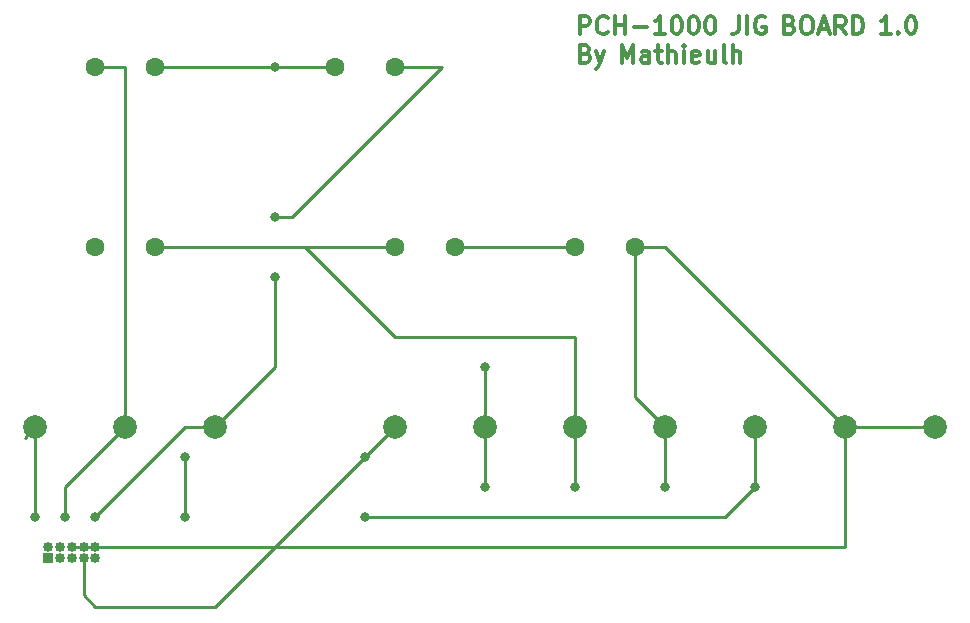
<source format=gbr>
%TF.GenerationSoftware,KiCad,Pcbnew,(7.0.0)*%
%TF.CreationDate,2023-02-22T15:50:29+01:00*%
%TF.ProjectId,PCH-1000JIG,5043482d-3130-4303-904a-49472e6b6963,rev?*%
%TF.SameCoordinates,Original*%
%TF.FileFunction,Copper,L1,Top*%
%TF.FilePolarity,Positive*%
%FSLAX46Y46*%
G04 Gerber Fmt 4.6, Leading zero omitted, Abs format (unit mm)*
G04 Created by KiCad (PCBNEW (7.0.0)) date 2023-02-22 15:50:29*
%MOMM*%
%LPD*%
G01*
G04 APERTURE LIST*
%ADD10C,0.300000*%
%TA.AperFunction,NonConductor*%
%ADD11C,0.300000*%
%TD*%
%TA.AperFunction,ComponentPad*%
%ADD12C,1.600000*%
%TD*%
%TA.AperFunction,SMDPad,CuDef*%
%ADD13C,2.000000*%
%TD*%
%TA.AperFunction,ComponentPad*%
%ADD14R,0.850000X0.850000*%
%TD*%
%TA.AperFunction,ComponentPad*%
%ADD15O,0.850000X0.850000*%
%TD*%
%TA.AperFunction,ViaPad*%
%ADD16C,0.800000*%
%TD*%
%TA.AperFunction,Conductor*%
%ADD17C,0.250000*%
%TD*%
G04 APERTURE END LIST*
D10*
D11*
X63857142Y-20103571D02*
X63857142Y-18603571D01*
X63857142Y-18603571D02*
X64428571Y-18603571D01*
X64428571Y-18603571D02*
X64571428Y-18675000D01*
X64571428Y-18675000D02*
X64642857Y-18746428D01*
X64642857Y-18746428D02*
X64714285Y-18889285D01*
X64714285Y-18889285D02*
X64714285Y-19103571D01*
X64714285Y-19103571D02*
X64642857Y-19246428D01*
X64642857Y-19246428D02*
X64571428Y-19317857D01*
X64571428Y-19317857D02*
X64428571Y-19389285D01*
X64428571Y-19389285D02*
X63857142Y-19389285D01*
X66214285Y-19960714D02*
X66142857Y-20032142D01*
X66142857Y-20032142D02*
X65928571Y-20103571D01*
X65928571Y-20103571D02*
X65785714Y-20103571D01*
X65785714Y-20103571D02*
X65571428Y-20032142D01*
X65571428Y-20032142D02*
X65428571Y-19889285D01*
X65428571Y-19889285D02*
X65357142Y-19746428D01*
X65357142Y-19746428D02*
X65285714Y-19460714D01*
X65285714Y-19460714D02*
X65285714Y-19246428D01*
X65285714Y-19246428D02*
X65357142Y-18960714D01*
X65357142Y-18960714D02*
X65428571Y-18817857D01*
X65428571Y-18817857D02*
X65571428Y-18675000D01*
X65571428Y-18675000D02*
X65785714Y-18603571D01*
X65785714Y-18603571D02*
X65928571Y-18603571D01*
X65928571Y-18603571D02*
X66142857Y-18675000D01*
X66142857Y-18675000D02*
X66214285Y-18746428D01*
X66857142Y-20103571D02*
X66857142Y-18603571D01*
X66857142Y-19317857D02*
X67714285Y-19317857D01*
X67714285Y-20103571D02*
X67714285Y-18603571D01*
X68428571Y-19532142D02*
X69571429Y-19532142D01*
X71071429Y-20103571D02*
X70214286Y-20103571D01*
X70642857Y-20103571D02*
X70642857Y-18603571D01*
X70642857Y-18603571D02*
X70500000Y-18817857D01*
X70500000Y-18817857D02*
X70357143Y-18960714D01*
X70357143Y-18960714D02*
X70214286Y-19032142D01*
X72000000Y-18603571D02*
X72142857Y-18603571D01*
X72142857Y-18603571D02*
X72285714Y-18675000D01*
X72285714Y-18675000D02*
X72357143Y-18746428D01*
X72357143Y-18746428D02*
X72428571Y-18889285D01*
X72428571Y-18889285D02*
X72500000Y-19175000D01*
X72500000Y-19175000D02*
X72500000Y-19532142D01*
X72500000Y-19532142D02*
X72428571Y-19817857D01*
X72428571Y-19817857D02*
X72357143Y-19960714D01*
X72357143Y-19960714D02*
X72285714Y-20032142D01*
X72285714Y-20032142D02*
X72142857Y-20103571D01*
X72142857Y-20103571D02*
X72000000Y-20103571D01*
X72000000Y-20103571D02*
X71857143Y-20032142D01*
X71857143Y-20032142D02*
X71785714Y-19960714D01*
X71785714Y-19960714D02*
X71714285Y-19817857D01*
X71714285Y-19817857D02*
X71642857Y-19532142D01*
X71642857Y-19532142D02*
X71642857Y-19175000D01*
X71642857Y-19175000D02*
X71714285Y-18889285D01*
X71714285Y-18889285D02*
X71785714Y-18746428D01*
X71785714Y-18746428D02*
X71857143Y-18675000D01*
X71857143Y-18675000D02*
X72000000Y-18603571D01*
X73428571Y-18603571D02*
X73571428Y-18603571D01*
X73571428Y-18603571D02*
X73714285Y-18675000D01*
X73714285Y-18675000D02*
X73785714Y-18746428D01*
X73785714Y-18746428D02*
X73857142Y-18889285D01*
X73857142Y-18889285D02*
X73928571Y-19175000D01*
X73928571Y-19175000D02*
X73928571Y-19532142D01*
X73928571Y-19532142D02*
X73857142Y-19817857D01*
X73857142Y-19817857D02*
X73785714Y-19960714D01*
X73785714Y-19960714D02*
X73714285Y-20032142D01*
X73714285Y-20032142D02*
X73571428Y-20103571D01*
X73571428Y-20103571D02*
X73428571Y-20103571D01*
X73428571Y-20103571D02*
X73285714Y-20032142D01*
X73285714Y-20032142D02*
X73214285Y-19960714D01*
X73214285Y-19960714D02*
X73142856Y-19817857D01*
X73142856Y-19817857D02*
X73071428Y-19532142D01*
X73071428Y-19532142D02*
X73071428Y-19175000D01*
X73071428Y-19175000D02*
X73142856Y-18889285D01*
X73142856Y-18889285D02*
X73214285Y-18746428D01*
X73214285Y-18746428D02*
X73285714Y-18675000D01*
X73285714Y-18675000D02*
X73428571Y-18603571D01*
X74857142Y-18603571D02*
X74999999Y-18603571D01*
X74999999Y-18603571D02*
X75142856Y-18675000D01*
X75142856Y-18675000D02*
X75214285Y-18746428D01*
X75214285Y-18746428D02*
X75285713Y-18889285D01*
X75285713Y-18889285D02*
X75357142Y-19175000D01*
X75357142Y-19175000D02*
X75357142Y-19532142D01*
X75357142Y-19532142D02*
X75285713Y-19817857D01*
X75285713Y-19817857D02*
X75214285Y-19960714D01*
X75214285Y-19960714D02*
X75142856Y-20032142D01*
X75142856Y-20032142D02*
X74999999Y-20103571D01*
X74999999Y-20103571D02*
X74857142Y-20103571D01*
X74857142Y-20103571D02*
X74714285Y-20032142D01*
X74714285Y-20032142D02*
X74642856Y-19960714D01*
X74642856Y-19960714D02*
X74571427Y-19817857D01*
X74571427Y-19817857D02*
X74499999Y-19532142D01*
X74499999Y-19532142D02*
X74499999Y-19175000D01*
X74499999Y-19175000D02*
X74571427Y-18889285D01*
X74571427Y-18889285D02*
X74642856Y-18746428D01*
X74642856Y-18746428D02*
X74714285Y-18675000D01*
X74714285Y-18675000D02*
X74857142Y-18603571D01*
X77328570Y-18603571D02*
X77328570Y-19675000D01*
X77328570Y-19675000D02*
X77257141Y-19889285D01*
X77257141Y-19889285D02*
X77114284Y-20032142D01*
X77114284Y-20032142D02*
X76899998Y-20103571D01*
X76899998Y-20103571D02*
X76757141Y-20103571D01*
X78042855Y-20103571D02*
X78042855Y-18603571D01*
X79542856Y-18675000D02*
X79399999Y-18603571D01*
X79399999Y-18603571D02*
X79185713Y-18603571D01*
X79185713Y-18603571D02*
X78971427Y-18675000D01*
X78971427Y-18675000D02*
X78828570Y-18817857D01*
X78828570Y-18817857D02*
X78757141Y-18960714D01*
X78757141Y-18960714D02*
X78685713Y-19246428D01*
X78685713Y-19246428D02*
X78685713Y-19460714D01*
X78685713Y-19460714D02*
X78757141Y-19746428D01*
X78757141Y-19746428D02*
X78828570Y-19889285D01*
X78828570Y-19889285D02*
X78971427Y-20032142D01*
X78971427Y-20032142D02*
X79185713Y-20103571D01*
X79185713Y-20103571D02*
X79328570Y-20103571D01*
X79328570Y-20103571D02*
X79542856Y-20032142D01*
X79542856Y-20032142D02*
X79614284Y-19960714D01*
X79614284Y-19960714D02*
X79614284Y-19460714D01*
X79614284Y-19460714D02*
X79328570Y-19460714D01*
X81657141Y-19317857D02*
X81871427Y-19389285D01*
X81871427Y-19389285D02*
X81942856Y-19460714D01*
X81942856Y-19460714D02*
X82014284Y-19603571D01*
X82014284Y-19603571D02*
X82014284Y-19817857D01*
X82014284Y-19817857D02*
X81942856Y-19960714D01*
X81942856Y-19960714D02*
X81871427Y-20032142D01*
X81871427Y-20032142D02*
X81728570Y-20103571D01*
X81728570Y-20103571D02*
X81157141Y-20103571D01*
X81157141Y-20103571D02*
X81157141Y-18603571D01*
X81157141Y-18603571D02*
X81657141Y-18603571D01*
X81657141Y-18603571D02*
X81799999Y-18675000D01*
X81799999Y-18675000D02*
X81871427Y-18746428D01*
X81871427Y-18746428D02*
X81942856Y-18889285D01*
X81942856Y-18889285D02*
X81942856Y-19032142D01*
X81942856Y-19032142D02*
X81871427Y-19175000D01*
X81871427Y-19175000D02*
X81799999Y-19246428D01*
X81799999Y-19246428D02*
X81657141Y-19317857D01*
X81657141Y-19317857D02*
X81157141Y-19317857D01*
X82942856Y-18603571D02*
X83228570Y-18603571D01*
X83228570Y-18603571D02*
X83371427Y-18675000D01*
X83371427Y-18675000D02*
X83514284Y-18817857D01*
X83514284Y-18817857D02*
X83585713Y-19103571D01*
X83585713Y-19103571D02*
X83585713Y-19603571D01*
X83585713Y-19603571D02*
X83514284Y-19889285D01*
X83514284Y-19889285D02*
X83371427Y-20032142D01*
X83371427Y-20032142D02*
X83228570Y-20103571D01*
X83228570Y-20103571D02*
X82942856Y-20103571D01*
X82942856Y-20103571D02*
X82799999Y-20032142D01*
X82799999Y-20032142D02*
X82657141Y-19889285D01*
X82657141Y-19889285D02*
X82585713Y-19603571D01*
X82585713Y-19603571D02*
X82585713Y-19103571D01*
X82585713Y-19103571D02*
X82657141Y-18817857D01*
X82657141Y-18817857D02*
X82799999Y-18675000D01*
X82799999Y-18675000D02*
X82942856Y-18603571D01*
X84157142Y-19675000D02*
X84871428Y-19675000D01*
X84014285Y-20103571D02*
X84514285Y-18603571D01*
X84514285Y-18603571D02*
X85014285Y-20103571D01*
X86371427Y-20103571D02*
X85871427Y-19389285D01*
X85514284Y-20103571D02*
X85514284Y-18603571D01*
X85514284Y-18603571D02*
X86085713Y-18603571D01*
X86085713Y-18603571D02*
X86228570Y-18675000D01*
X86228570Y-18675000D02*
X86299999Y-18746428D01*
X86299999Y-18746428D02*
X86371427Y-18889285D01*
X86371427Y-18889285D02*
X86371427Y-19103571D01*
X86371427Y-19103571D02*
X86299999Y-19246428D01*
X86299999Y-19246428D02*
X86228570Y-19317857D01*
X86228570Y-19317857D02*
X86085713Y-19389285D01*
X86085713Y-19389285D02*
X85514284Y-19389285D01*
X87014284Y-20103571D02*
X87014284Y-18603571D01*
X87014284Y-18603571D02*
X87371427Y-18603571D01*
X87371427Y-18603571D02*
X87585713Y-18675000D01*
X87585713Y-18675000D02*
X87728570Y-18817857D01*
X87728570Y-18817857D02*
X87799999Y-18960714D01*
X87799999Y-18960714D02*
X87871427Y-19246428D01*
X87871427Y-19246428D02*
X87871427Y-19460714D01*
X87871427Y-19460714D02*
X87799999Y-19746428D01*
X87799999Y-19746428D02*
X87728570Y-19889285D01*
X87728570Y-19889285D02*
X87585713Y-20032142D01*
X87585713Y-20032142D02*
X87371427Y-20103571D01*
X87371427Y-20103571D02*
X87014284Y-20103571D01*
X90199999Y-20103571D02*
X89342856Y-20103571D01*
X89771427Y-20103571D02*
X89771427Y-18603571D01*
X89771427Y-18603571D02*
X89628570Y-18817857D01*
X89628570Y-18817857D02*
X89485713Y-18960714D01*
X89485713Y-18960714D02*
X89342856Y-19032142D01*
X90842855Y-19960714D02*
X90914284Y-20032142D01*
X90914284Y-20032142D02*
X90842855Y-20103571D01*
X90842855Y-20103571D02*
X90771427Y-20032142D01*
X90771427Y-20032142D02*
X90842855Y-19960714D01*
X90842855Y-19960714D02*
X90842855Y-20103571D01*
X91842856Y-18603571D02*
X91985713Y-18603571D01*
X91985713Y-18603571D02*
X92128570Y-18675000D01*
X92128570Y-18675000D02*
X92199999Y-18746428D01*
X92199999Y-18746428D02*
X92271427Y-18889285D01*
X92271427Y-18889285D02*
X92342856Y-19175000D01*
X92342856Y-19175000D02*
X92342856Y-19532142D01*
X92342856Y-19532142D02*
X92271427Y-19817857D01*
X92271427Y-19817857D02*
X92199999Y-19960714D01*
X92199999Y-19960714D02*
X92128570Y-20032142D01*
X92128570Y-20032142D02*
X91985713Y-20103571D01*
X91985713Y-20103571D02*
X91842856Y-20103571D01*
X91842856Y-20103571D02*
X91699999Y-20032142D01*
X91699999Y-20032142D02*
X91628570Y-19960714D01*
X91628570Y-19960714D02*
X91557141Y-19817857D01*
X91557141Y-19817857D02*
X91485713Y-19532142D01*
X91485713Y-19532142D02*
X91485713Y-19175000D01*
X91485713Y-19175000D02*
X91557141Y-18889285D01*
X91557141Y-18889285D02*
X91628570Y-18746428D01*
X91628570Y-18746428D02*
X91699999Y-18675000D01*
X91699999Y-18675000D02*
X91842856Y-18603571D01*
X64357142Y-21747857D02*
X64571428Y-21819285D01*
X64571428Y-21819285D02*
X64642857Y-21890714D01*
X64642857Y-21890714D02*
X64714285Y-22033571D01*
X64714285Y-22033571D02*
X64714285Y-22247857D01*
X64714285Y-22247857D02*
X64642857Y-22390714D01*
X64642857Y-22390714D02*
X64571428Y-22462142D01*
X64571428Y-22462142D02*
X64428571Y-22533571D01*
X64428571Y-22533571D02*
X63857142Y-22533571D01*
X63857142Y-22533571D02*
X63857142Y-21033571D01*
X63857142Y-21033571D02*
X64357142Y-21033571D01*
X64357142Y-21033571D02*
X64500000Y-21105000D01*
X64500000Y-21105000D02*
X64571428Y-21176428D01*
X64571428Y-21176428D02*
X64642857Y-21319285D01*
X64642857Y-21319285D02*
X64642857Y-21462142D01*
X64642857Y-21462142D02*
X64571428Y-21605000D01*
X64571428Y-21605000D02*
X64500000Y-21676428D01*
X64500000Y-21676428D02*
X64357142Y-21747857D01*
X64357142Y-21747857D02*
X63857142Y-21747857D01*
X65214285Y-21533571D02*
X65571428Y-22533571D01*
X65928571Y-21533571D02*
X65571428Y-22533571D01*
X65571428Y-22533571D02*
X65428571Y-22890714D01*
X65428571Y-22890714D02*
X65357142Y-22962142D01*
X65357142Y-22962142D02*
X65214285Y-23033571D01*
X67399999Y-22533571D02*
X67399999Y-21033571D01*
X67399999Y-21033571D02*
X67899999Y-22105000D01*
X67899999Y-22105000D02*
X68399999Y-21033571D01*
X68399999Y-21033571D02*
X68399999Y-22533571D01*
X69757143Y-22533571D02*
X69757143Y-21747857D01*
X69757143Y-21747857D02*
X69685714Y-21605000D01*
X69685714Y-21605000D02*
X69542857Y-21533571D01*
X69542857Y-21533571D02*
X69257143Y-21533571D01*
X69257143Y-21533571D02*
X69114285Y-21605000D01*
X69757143Y-22462142D02*
X69614285Y-22533571D01*
X69614285Y-22533571D02*
X69257143Y-22533571D01*
X69257143Y-22533571D02*
X69114285Y-22462142D01*
X69114285Y-22462142D02*
X69042857Y-22319285D01*
X69042857Y-22319285D02*
X69042857Y-22176428D01*
X69042857Y-22176428D02*
X69114285Y-22033571D01*
X69114285Y-22033571D02*
X69257143Y-21962142D01*
X69257143Y-21962142D02*
X69614285Y-21962142D01*
X69614285Y-21962142D02*
X69757143Y-21890714D01*
X70257143Y-21533571D02*
X70828571Y-21533571D01*
X70471428Y-21033571D02*
X70471428Y-22319285D01*
X70471428Y-22319285D02*
X70542857Y-22462142D01*
X70542857Y-22462142D02*
X70685714Y-22533571D01*
X70685714Y-22533571D02*
X70828571Y-22533571D01*
X71328571Y-22533571D02*
X71328571Y-21033571D01*
X71971429Y-22533571D02*
X71971429Y-21747857D01*
X71971429Y-21747857D02*
X71900000Y-21605000D01*
X71900000Y-21605000D02*
X71757143Y-21533571D01*
X71757143Y-21533571D02*
X71542857Y-21533571D01*
X71542857Y-21533571D02*
X71400000Y-21605000D01*
X71400000Y-21605000D02*
X71328571Y-21676428D01*
X72685714Y-22533571D02*
X72685714Y-21533571D01*
X72685714Y-21033571D02*
X72614286Y-21105000D01*
X72614286Y-21105000D02*
X72685714Y-21176428D01*
X72685714Y-21176428D02*
X72757143Y-21105000D01*
X72757143Y-21105000D02*
X72685714Y-21033571D01*
X72685714Y-21033571D02*
X72685714Y-21176428D01*
X73971429Y-22462142D02*
X73828572Y-22533571D01*
X73828572Y-22533571D02*
X73542858Y-22533571D01*
X73542858Y-22533571D02*
X73400000Y-22462142D01*
X73400000Y-22462142D02*
X73328572Y-22319285D01*
X73328572Y-22319285D02*
X73328572Y-21747857D01*
X73328572Y-21747857D02*
X73400000Y-21605000D01*
X73400000Y-21605000D02*
X73542858Y-21533571D01*
X73542858Y-21533571D02*
X73828572Y-21533571D01*
X73828572Y-21533571D02*
X73971429Y-21605000D01*
X73971429Y-21605000D02*
X74042858Y-21747857D01*
X74042858Y-21747857D02*
X74042858Y-21890714D01*
X74042858Y-21890714D02*
X73328572Y-22033571D01*
X75328572Y-21533571D02*
X75328572Y-22533571D01*
X74685714Y-21533571D02*
X74685714Y-22319285D01*
X74685714Y-22319285D02*
X74757143Y-22462142D01*
X74757143Y-22462142D02*
X74900000Y-22533571D01*
X74900000Y-22533571D02*
X75114286Y-22533571D01*
X75114286Y-22533571D02*
X75257143Y-22462142D01*
X75257143Y-22462142D02*
X75328572Y-22390714D01*
X76257143Y-22533571D02*
X76114286Y-22462142D01*
X76114286Y-22462142D02*
X76042857Y-22319285D01*
X76042857Y-22319285D02*
X76042857Y-21033571D01*
X76828571Y-22533571D02*
X76828571Y-21033571D01*
X77471429Y-22533571D02*
X77471429Y-21747857D01*
X77471429Y-21747857D02*
X77400000Y-21605000D01*
X77400000Y-21605000D02*
X77257143Y-21533571D01*
X77257143Y-21533571D02*
X77042857Y-21533571D01*
X77042857Y-21533571D02*
X76900000Y-21605000D01*
X76900000Y-21605000D02*
X76828571Y-21676428D01*
D12*
%TO.P,1k Ohms,1*%
%TO.N,N/C*%
X22860000Y-22860000D03*
%TO.P,1k Ohms,2*%
X27940000Y-22860000D03*
%TD*%
%TO.P,150 Ohms,1*%
%TO.N,N/C*%
X63500000Y-38100000D03*
%TO.P,150 Ohms,2*%
X68580000Y-38100000D03*
%TD*%
D13*
%TO.P,3v3 VCC,1*%
%TO.N,N/C*%
X78740000Y-53340000D03*
%TD*%
D12*
%TO.P,330 Ohms,1*%
%TO.N,N/C*%
X48260000Y-38100000D03*
%TO.P,330 Ohms,2*%
X53340000Y-38100000D03*
%TD*%
D13*
%TO.P,Vita TX/7,1*%
%TO.N,N/C*%
X48260000Y-53340000D03*
%TD*%
D14*
%TO.P,REF\u002A\u002A,1*%
%TO.N,N/C*%
X18859999Y-64499999D03*
D15*
%TO.P,REF\u002A\u002A,2*%
X18859999Y-63499999D03*
%TO.P,REF\u002A\u002A,3*%
X19859999Y-64499999D03*
%TO.P,REF\u002A\u002A,4*%
X19859999Y-63499999D03*
%TO.P,REF\u002A\u002A,5*%
X20859999Y-64499999D03*
%TO.P,REF\u002A\u002A,6*%
X20859999Y-63499999D03*
%TO.P,REF\u002A\u002A,7*%
X21859999Y-64499999D03*
%TO.P,REF\u002A\u002A,8*%
X21859999Y-63499999D03*
%TO.P,REF\u002A\u002A,9*%
X22859999Y-64499999D03*
%TO.P,REF\u002A\u002A,10*%
X22859999Y-63499999D03*
%TD*%
D13*
%TO.P,PC RX,1*%
%TO.N,N/C*%
X17780000Y-53340000D03*
%TD*%
%TO.P,UDT 12,1*%
%TO.N,N/C*%
X71120000Y-53340000D03*
%TD*%
D12*
%TO.P,1k Ohms,1*%
%TO.N,N/C*%
X43180000Y-22860000D03*
%TO.P,1k Ohms,2*%
X48260000Y-22860000D03*
%TD*%
D13*
%TO.P,UDT 3,1*%
%TO.N,N/C*%
X93980000Y-53340000D03*
%TD*%
%TO.P,3v3 GND,1*%
%TO.N,N/C*%
X86360000Y-53340000D03*
%TD*%
%TO.P,PC GND,1*%
%TO.N,N/C*%
X33020000Y-53340000D03*
%TD*%
%TO.P,UDT 11,1*%
%TO.N,N/C*%
X63500000Y-53340000D03*
%TD*%
D12*
%TO.P,330 Ohms,1*%
%TO.N,N/C*%
X22860000Y-38100000D03*
%TO.P,330 Ohms,2*%
X27940000Y-38100000D03*
%TD*%
D13*
%TO.P,PC TX,1*%
%TO.N,N/C*%
X25400000Y-53340000D03*
%TD*%
%TO.P,Vita RX/6,1*%
%TO.N,N/C*%
X55880000Y-53340000D03*
%TD*%
D16*
%TO.N,*%
X71120000Y-58420000D03*
X63500000Y-58420000D03*
X17780000Y-60960000D03*
X22860000Y-60960000D03*
X38100000Y-35560000D03*
X30480000Y-55880000D03*
X38100000Y-35560000D03*
X55880000Y-48260000D03*
X45720000Y-55880000D03*
X38100000Y-22860000D03*
X55880000Y-58420000D03*
X78740000Y-58420000D03*
X38100000Y-40640000D03*
X38100000Y-40640000D03*
X30480000Y-60960000D03*
X20320000Y-60960000D03*
X45720000Y-60960000D03*
%TD*%
D17*
%TO.N,*%
X68580000Y-38100000D02*
X71120000Y-38100000D01*
X33020000Y-53340000D02*
X38100000Y-48260000D01*
X22860000Y-63500000D02*
X86360000Y-63500000D01*
X86360000Y-53340000D02*
X93980000Y-53340000D01*
X48260000Y-38100000D02*
X27940000Y-38100000D01*
X48260000Y-22860000D02*
X52180000Y-22860000D01*
X68580000Y-38100000D02*
X68580000Y-50800000D01*
X17780000Y-58420000D02*
X17780000Y-53340000D01*
X78740000Y-58420000D02*
X78740000Y-53340000D01*
X40640000Y-38100000D02*
X43180000Y-38100000D01*
X20320000Y-58420000D02*
X25400000Y-53340000D01*
X31860000Y-38100000D02*
X40640000Y-38100000D01*
X38100000Y-48260000D02*
X38100000Y-40640000D01*
X71120000Y-58420000D02*
X71120000Y-53340000D01*
X71120000Y-38100000D02*
X86360000Y-53340000D01*
X22860000Y-63500000D02*
X21860000Y-63500000D01*
X20320000Y-60960000D02*
X20320000Y-58420000D01*
X40640000Y-38100000D02*
X48260000Y-45720000D01*
X37100000Y-64500000D02*
X45720000Y-55880000D01*
X30480000Y-53340000D02*
X33020000Y-53340000D01*
X22860000Y-22860000D02*
X25400000Y-22860000D01*
X17780000Y-60960000D02*
X17780000Y-58420000D01*
X45720000Y-55880000D02*
X48260000Y-53340000D01*
X63500000Y-45720000D02*
X63500000Y-53340000D01*
X21860000Y-64500000D02*
X21860000Y-67580000D01*
X20860000Y-63500000D02*
X21860000Y-63500000D01*
X22860000Y-68580000D02*
X33020000Y-68580000D01*
X86360000Y-63500000D02*
X86360000Y-53340000D01*
X39480000Y-35560000D02*
X52180000Y-22860000D01*
X78740000Y-58420000D02*
X76200000Y-60960000D01*
X48260000Y-45720000D02*
X63500000Y-45720000D01*
X30480000Y-60960000D02*
X30480000Y-55880000D01*
X43180000Y-22860000D02*
X38100000Y-22860000D01*
X55880000Y-58420000D02*
X55880000Y-53340000D01*
X27940000Y-22860000D02*
X38100000Y-22860000D01*
X55880000Y-48260000D02*
X55880000Y-53340000D01*
X63500000Y-58420000D02*
X63500000Y-53340000D01*
X76200000Y-60960000D02*
X45720000Y-60960000D01*
X21860000Y-67580000D02*
X22860000Y-68580000D01*
X33020000Y-68580000D02*
X38100000Y-63500000D01*
X63500000Y-38100000D02*
X53340000Y-38100000D01*
X25400000Y-53340000D02*
X25400000Y-22860000D01*
X16860000Y-54260000D02*
X17780000Y-53340000D01*
X38100000Y-35560000D02*
X39480000Y-35560000D01*
X22860000Y-60960000D02*
X30480000Y-53340000D01*
X68580000Y-50800000D02*
X71120000Y-53340000D01*
%TD*%
M02*

</source>
